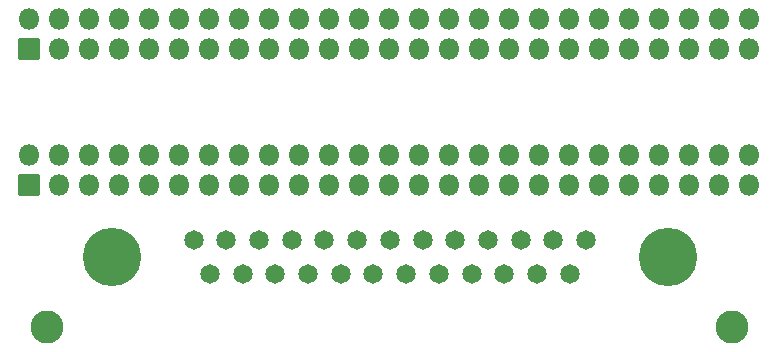
<source format=gbr>
%TF.GenerationSoftware,KiCad,Pcbnew,8.0.2*%
%TF.CreationDate,2024-12-18T21:51:39-06:00*%
%TF.ProjectId,daisy_chain_board,64616973-795f-4636-9861-696e5f626f61,rev?*%
%TF.SameCoordinates,Original*%
%TF.FileFunction,Soldermask,Bot*%
%TF.FilePolarity,Negative*%
%FSLAX46Y46*%
G04 Gerber Fmt 4.6, Leading zero omitted, Abs format (unit mm)*
G04 Created by KiCad (PCBNEW 8.0.2) date 2024-12-18 21:51:39*
%MOMM*%
%LPD*%
G01*
G04 APERTURE LIST*
G04 Aperture macros list*
%AMRoundRect*
0 Rectangle with rounded corners*
0 $1 Rounding radius*
0 $2 $3 $4 $5 $6 $7 $8 $9 X,Y pos of 4 corners*
0 Add a 4 corners polygon primitive as box body*
4,1,4,$2,$3,$4,$5,$6,$7,$8,$9,$2,$3,0*
0 Add four circle primitives for the rounded corners*
1,1,$1+$1,$2,$3*
1,1,$1+$1,$4,$5*
1,1,$1+$1,$6,$7*
1,1,$1+$1,$8,$9*
0 Add four rect primitives between the rounded corners*
20,1,$1+$1,$2,$3,$4,$5,0*
20,1,$1+$1,$4,$5,$6,$7,0*
20,1,$1+$1,$6,$7,$8,$9,0*
20,1,$1+$1,$8,$9,$2,$3,0*%
G04 Aperture macros list end*
%ADD10RoundRect,0.050000X0.850000X-0.850000X0.850000X0.850000X-0.850000X0.850000X-0.850000X-0.850000X0*%
%ADD11O,1.800000X1.800000*%
%ADD12C,2.800000*%
%ADD13C,1.645000*%
%ADD14C,4.945000*%
G04 APERTURE END LIST*
D10*
%TO.C,J7*%
X82266500Y-30194500D03*
D11*
X82266500Y-27654500D03*
X84806500Y-30194500D03*
X84806500Y-27654500D03*
X87346500Y-30194500D03*
X87346500Y-27654500D03*
X89886500Y-30194500D03*
X89886500Y-27654500D03*
X92426500Y-30194500D03*
X92426500Y-27654500D03*
X94966500Y-30194500D03*
X94966500Y-27654500D03*
X97506500Y-30194500D03*
X97506500Y-27654500D03*
X100046500Y-30194500D03*
X100046500Y-27654500D03*
X102586500Y-30194500D03*
X102586500Y-27654500D03*
X105126500Y-30194500D03*
X105126500Y-27654500D03*
X107666500Y-30194500D03*
X107666500Y-27654500D03*
X110206500Y-30194500D03*
X110206500Y-27654500D03*
X112746500Y-30194500D03*
X112746500Y-27654500D03*
X115286500Y-30194500D03*
X115286500Y-27654500D03*
X117826500Y-30194500D03*
X117826500Y-27654500D03*
X120366500Y-30194500D03*
X120366500Y-27654500D03*
X122906500Y-30194500D03*
X122906500Y-27654500D03*
X125446500Y-30194500D03*
X125446500Y-27654500D03*
X127986500Y-30194500D03*
X127986500Y-27654500D03*
X130526500Y-30194500D03*
X130526500Y-27654500D03*
X133066500Y-30194500D03*
X133066500Y-27654500D03*
X135606500Y-30194500D03*
X135606500Y-27654500D03*
X138146500Y-30194500D03*
X138146500Y-27654500D03*
X140686500Y-30194500D03*
X140686500Y-27654500D03*
X143226500Y-30194500D03*
X143226500Y-27654500D03*
%TD*%
D12*
%TO.C,H5*%
X83800000Y-42200000D03*
%TD*%
%TO.C,H6*%
X141800000Y-42200000D03*
%TD*%
D10*
%TO.C,J1*%
X82266500Y-18630000D03*
D11*
X82266500Y-16090000D03*
X84806500Y-18630000D03*
X84806500Y-16090000D03*
X87346500Y-18630000D03*
X87346500Y-16090000D03*
X89886500Y-18630000D03*
X89886500Y-16090000D03*
X92426500Y-18630000D03*
X92426500Y-16090000D03*
X94966500Y-18630000D03*
X94966500Y-16090000D03*
X97506500Y-18630000D03*
X97506500Y-16090000D03*
X100046500Y-18630000D03*
X100046500Y-16090000D03*
X102586500Y-18630000D03*
X102586500Y-16090000D03*
X105126500Y-18630000D03*
X105126500Y-16090000D03*
X107666500Y-18630000D03*
X107666500Y-16090000D03*
X110206500Y-18630000D03*
X110206500Y-16090000D03*
X112746500Y-18630000D03*
X112746500Y-16090000D03*
X115286500Y-18630000D03*
X115286500Y-16090000D03*
X117826500Y-18630000D03*
X117826500Y-16090000D03*
X120366500Y-18630000D03*
X120366500Y-16090000D03*
X122906500Y-18630000D03*
X122906500Y-16090000D03*
X125446500Y-18630000D03*
X125446500Y-16090000D03*
X127986500Y-18630000D03*
X127986500Y-16090000D03*
X130526500Y-18630000D03*
X130526500Y-16090000D03*
X133066500Y-18630000D03*
X133066500Y-16090000D03*
X135606500Y-18630000D03*
X135606500Y-16090000D03*
X138146500Y-18630000D03*
X138146500Y-16090000D03*
X140686500Y-18630000D03*
X140686500Y-16090000D03*
X143226500Y-18630000D03*
X143226500Y-16090000D03*
%TD*%
D13*
%TO.C,J8*%
X129420000Y-34830000D03*
X126650000Y-34830000D03*
X123880000Y-34830000D03*
X121110000Y-34830000D03*
X118340000Y-34830000D03*
X115570000Y-34830000D03*
X112800000Y-34830000D03*
X110030000Y-34830000D03*
X107260000Y-34830000D03*
X104490000Y-34830000D03*
X101720000Y-34830000D03*
X98950000Y-34830000D03*
X96180000Y-34830000D03*
X128035000Y-37670000D03*
X125265000Y-37670000D03*
X122495000Y-37670000D03*
X119725000Y-37670000D03*
X116955000Y-37670000D03*
X114185000Y-37670000D03*
X111415000Y-37670000D03*
X108645000Y-37670000D03*
X105875000Y-37670000D03*
X103105000Y-37670000D03*
X100335000Y-37670000D03*
X97565000Y-37670000D03*
D14*
X136320000Y-36250000D03*
X89280000Y-36250000D03*
%TD*%
M02*

</source>
